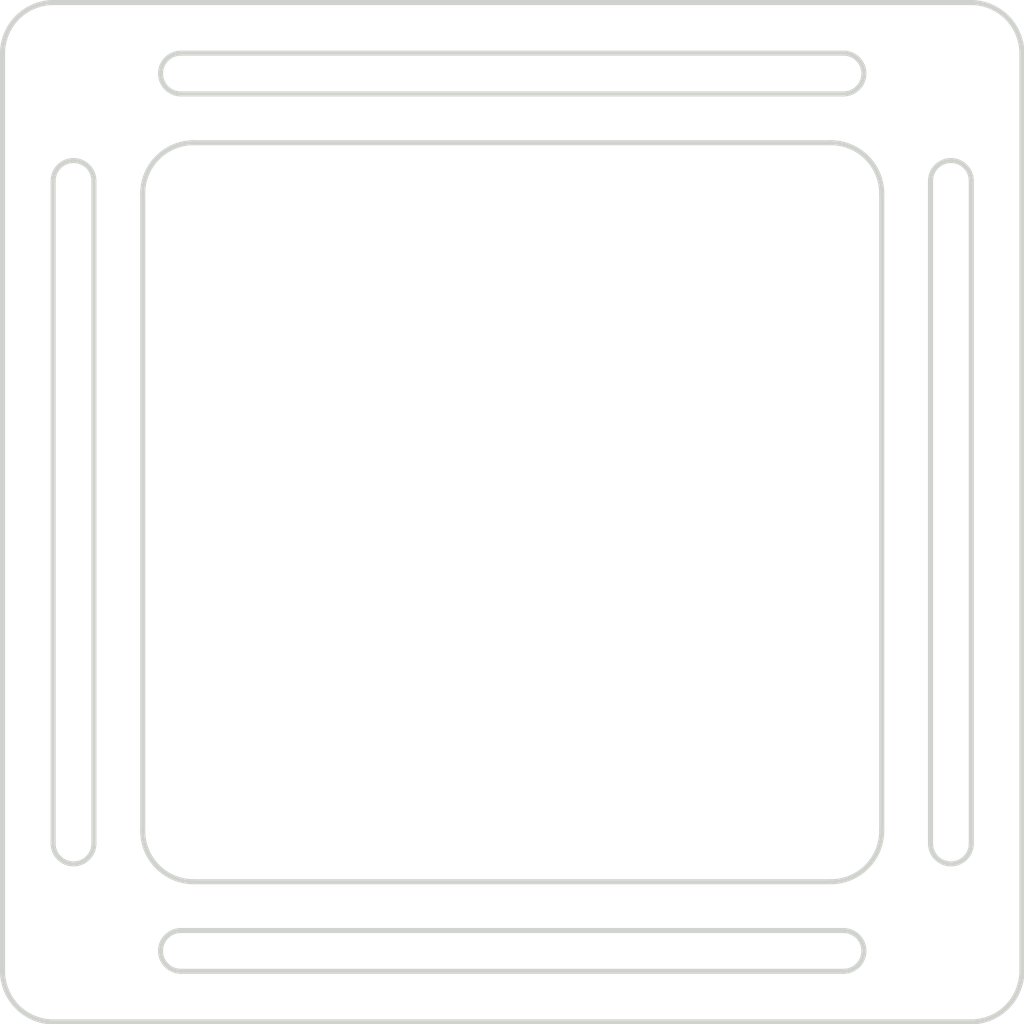
<source format=kicad_pcb>
(kicad_pcb (version 20171130) (host pcbnew "(5.1.2)-1")

  (general
    (thickness 1.6)
    (drawings 32)
    (tracks 0)
    (zones 0)
    (modules 0)
    (nets 1)
  )

  (page A4)
  (layers
    (0 F.Cu signal)
    (31 B.Cu signal)
    (32 B.Adhes user)
    (33 F.Adhes user)
    (34 B.Paste user)
    (35 F.Paste user)
    (36 B.SilkS user)
    (37 F.SilkS user)
    (38 B.Mask user)
    (39 F.Mask user)
    (40 Dwgs.User user)
    (41 Cmts.User user)
    (42 Eco1.User user)
    (43 Eco2.User user)
    (44 Edge.Cuts user)
    (45 Margin user)
    (46 B.CrtYd user)
    (47 F.CrtYd user)
    (48 B.Fab user)
    (49 F.Fab user)
  )

  (setup
    (last_trace_width 0.25)
    (trace_clearance 0.2)
    (zone_clearance 0.508)
    (zone_45_only no)
    (trace_min 0.2)
    (via_size 0.8)
    (via_drill 0.4)
    (via_min_size 0.4)
    (via_min_drill 0.3)
    (uvia_size 0.3)
    (uvia_drill 0.1)
    (uvias_allowed no)
    (uvia_min_size 0.2)
    (uvia_min_drill 0.1)
    (edge_width 0.05)
    (segment_width 0.2)
    (pcb_text_width 0.3)
    (pcb_text_size 1.5 1.5)
    (mod_edge_width 0.12)
    (mod_text_size 1 1)
    (mod_text_width 0.15)
    (pad_size 1.524 1.524)
    (pad_drill 0.762)
    (pad_to_mask_clearance 0.051)
    (solder_mask_min_width 0.25)
    (aux_axis_origin 124.46 132.08)
    (visible_elements FFFFFF7F)
    (pcbplotparams
      (layerselection 0x01000_7ffffffe)
      (usegerberextensions false)
      (usegerberattributes false)
      (usegerberadvancedattributes false)
      (creategerberjobfile false)
      (excludeedgelayer true)
      (linewidth 0.100000)
      (plotframeref false)
      (viasonmask false)
      (mode 1)
      (useauxorigin false)
      (hpglpennumber 1)
      (hpglpenspeed 20)
      (hpglpendiameter 15.000000)
      (psnegative false)
      (psa4output false)
      (plotreference true)
      (plotvalue true)
      (plotinvisibletext false)
      (padsonsilk false)
      (subtractmaskfromsilk false)
      (outputformat 1)
      (mirror false)
      (drillshape 0)
      (scaleselection 1)
      (outputdirectory "plots/"))
  )

  (net 0 "")

  (net_class Default "This is the default net class."
    (clearance 0.2)
    (trace_width 0.25)
    (via_dia 0.8)
    (via_drill 0.4)
    (uvia_dia 0.3)
    (uvia_drill 0.1)
  )

  (gr_arc (start 168.06 124.15) (end 168.06 126.15) (angle -90) (layer Edge.Cuts) (width 0.2))
  (gr_line (start 137.06 88.135) (end 163.06 88.135) (layer Edge.Cuts) (width 0.2))
  (gr_arc (start 132.845 93.15) (end 133.645 93.15) (angle -180) (layer Edge.Cuts) (width 0.2))
  (gr_arc (start 137.06 123.365) (end 137.06 122.565) (angle -180) (layer Edge.Cuts) (width 0.2))
  (gr_arc (start 137.06 88.935) (end 137.06 88.135001) (angle -180) (layer Edge.Cuts) (width 0.2))
  (gr_arc (start 167.275 119.15) (end 166.475 119.15) (angle -180) (layer Edge.Cuts) (width 0.2))
  (gr_arc (start 167.275 93.15) (end 168.074999 93.15) (angle -180) (layer Edge.Cuts) (width 0.2))
  (gr_line (start 133.645 119.15) (end 133.645 93.15) (layer Edge.Cuts) (width 0.2))
  (gr_line (start 166.475 93.15) (end 166.475 119.15) (layer Edge.Cuts) (width 0.2))
  (gr_line (start 163.06 124.165) (end 137.06 124.165) (layer Edge.Cuts) (width 0.2))
  (gr_line (start 132.045 119.15) (end 132.045 93.15) (layer Edge.Cuts) (width 0.2))
  (gr_arc (start 132.845 119.15) (end 132.045001 119.15) (angle -180) (layer Edge.Cuts) (width 0.2))
  (gr_arc (start 163.06 88.935) (end 163.06 89.735) (angle -180) (layer Edge.Cuts) (width 0.2))
  (gr_line (start 137.06 89.735) (end 163.06 89.735) (layer Edge.Cuts) (width 0.2))
  (gr_line (start 168.075 93.15) (end 168.075 119.15) (layer Edge.Cuts) (width 0.2))
  (gr_line (start 163.06 122.565) (end 137.06 122.565) (layer Edge.Cuts) (width 0.2))
  (gr_arc (start 163.06 123.365) (end 163.06 124.164999) (angle -180) (layer Edge.Cuts) (width 0.2))
  (gr_arc (start 162.56 118.65) (end 162.56 120.65) (angle -90) (layer Edge.Cuts) (width 0.2))
  (gr_line (start 162.56 91.65) (end 137.56 91.65) (layer Edge.Cuts) (width 0.2))
  (gr_line (start 168.06 126.15) (end 132.06 126.15) (layer Edge.Cuts) (width 0.2))
  (gr_line (start 130.06 88.15) (end 130.06 124.15) (layer Edge.Cuts) (width 0.2))
  (gr_arc (start 132.06 124.15) (end 130.06 124.15) (angle -90) (layer Edge.Cuts) (width 0.2))
  (gr_line (start 170.06 88.15) (end 170.06 124.15) (layer Edge.Cuts) (width 0.2))
  (gr_arc (start 132.06 88.15) (end 132.06 86.15) (angle -90) (layer Edge.Cuts) (width 0.2))
  (gr_line (start 168.06 86.15) (end 132.06 86.15) (layer Edge.Cuts) (width 0.2))
  (gr_arc (start 168.06 88.15) (end 170.06 88.15) (angle -90) (layer Edge.Cuts) (width 0.2))
  (gr_arc (start 162.56 93.65) (end 164.56 93.65) (angle -90) (layer Edge.Cuts) (width 0.2))
  (gr_line (start 135.56 93.65) (end 135.56 118.65) (layer Edge.Cuts) (width 0.2))
  (gr_line (start 164.56 93.65) (end 164.56 118.65) (layer Edge.Cuts) (width 0.2))
  (gr_arc (start 137.56 118.65) (end 135.56 118.65) (angle -90) (layer Edge.Cuts) (width 0.2))
  (gr_arc (start 137.56 93.65) (end 137.56 91.65) (angle -90) (layer Edge.Cuts) (width 0.2))
  (gr_line (start 162.56 120.65) (end 137.56 120.65) (layer Edge.Cuts) (width 0.2))

)

</source>
